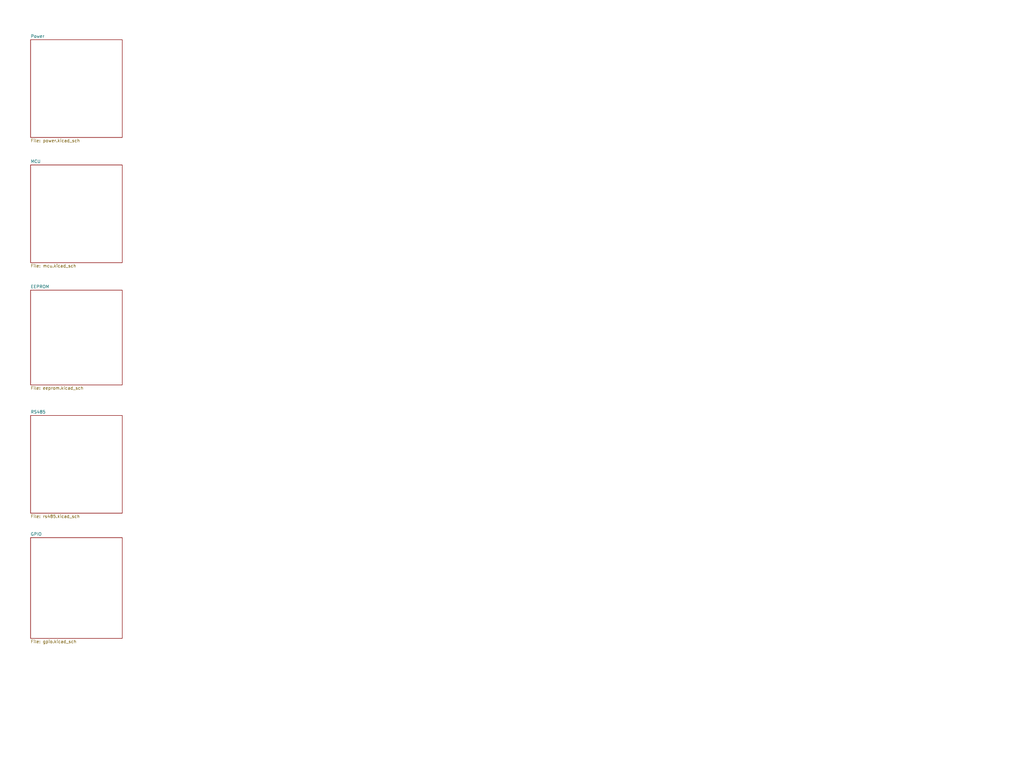
<source format=kicad_sch>
(kicad_sch (version 20211123) (generator eeschema)
  (paper "User" 425.45 319.634)
  (lib_symbols)
  (sheet (at 12.7 172.72) (size 38.1 40.64) (stroke (width 0.1524))
    (property "Sheet name" "RS485" (at 12.7 172.0084 0) (effects (justify left bottom)))
    (property "Sheet file" "rs485.kicad_sch" (at 12.7 213.9446 0) (effects (justify left top)))
  )
  (sheet (at 12.7 120.65) (size 38.1 39.37) (stroke (width 0.1524))
    (property "Sheet name" "EEPROM" (at 12.7 119.9384 0) (effects (justify left bottom)))
    (property "Sheet file" "eeprom.kicad_sch" (at 12.7 160.6046 0) (effects (justify left top)))
  )
  (sheet (at 12.7 68.58) (size 38.1 40.64) (stroke (width 0.1524))
    (property "Sheet name" "MCU" (at 12.7 67.8684 0) (effects (justify left bottom)))
    (property "Sheet file" "mcu.kicad_sch" (at 12.7 109.8046 0) (effects (justify left top)))
  )
  (sheet (at 12.7 223.52) (size 38.1 41.91) (stroke (width 0.1524))
    (property "Sheet name" "GPIO" (at 12.7 222.8084 0) (effects (justify left bottom)))
    (property "Sheet file" "gpio.kicad_sch" (at 12.7 266.0146 0) (effects (justify left top)))
  )
  (sheet (at 12.7 16.51) (size 38.1 40.64) (stroke (width 0.1524))
    (property "Sheet name" "Power" (at 12.7 15.7984 0) (effects (justify left bottom)))
    (property "Sheet file" "power.kicad_sch" (at 12.7 57.7346 0) (effects (justify left top)))
  )
)
</source>
